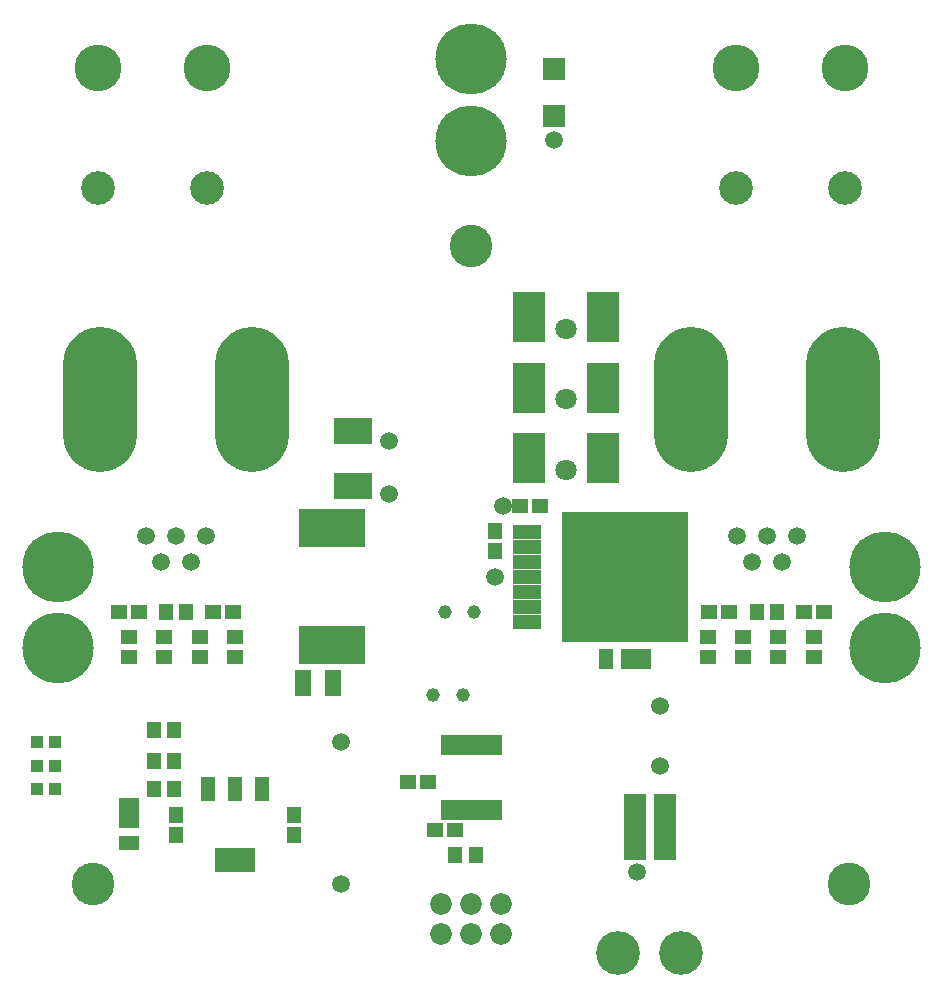
<source format=gbr>
G04 EAGLE Gerber RS-274X export*
G75*
%MOMM*%
%FSLAX34Y34*%
%LPD*%
%INSoldermask Top*%
%IPPOS*%
%AMOC8*
5,1,8,0,0,1.08239X$1,22.5*%
G01*
%ADD10C,3.604800*%
%ADD11R,0.660400X1.765300*%
%ADD12R,1.404800X1.304800*%
%ADD13R,1.155600X2.066000*%
%ADD14R,3.455600X2.066000*%
%ADD15R,1.304800X1.404800*%
%ADD16C,1.504800*%
%ADD17C,6.304800*%
%ADD18C,6.020800*%
%ADD19R,5.704800X3.204800*%
%ADD20R,2.464800X1.214800*%
%ADD21R,10.714800X11.104800*%
%ADD22C,1.159600*%
%ADD23R,2.804800X4.304800*%
%ADD24R,1.104800X1.104800*%
%ADD25R,3.304800X2.304800*%
%ADD26C,2.857500*%
%ADD27C,3.962400*%
%ADD28R,1.473200X2.235200*%
%ADD29R,1.204800X1.704800*%
%ADD30R,2.504800X1.704800*%
%ADD31R,1.704800X1.204800*%
%ADD32R,1.704800X2.504800*%
%ADD33R,1.981200X1.828800*%
%ADD34C,1.834800*%
%ADD35R,1.954800X5.634800*%
%ADD36C,3.704800*%
%ADD37C,1.804800*%


D10*
X80000Y80000D03*
X720000Y80000D03*
X400000Y620000D03*
D11*
X422225Y197242D03*
X415875Y197242D03*
X409525Y197242D03*
X403175Y197242D03*
X396825Y197242D03*
X390475Y197242D03*
X384125Y197242D03*
X377775Y197242D03*
X377775Y142759D03*
X384125Y142759D03*
X390475Y142759D03*
X396825Y142759D03*
X403175Y142759D03*
X409525Y142759D03*
X415875Y142759D03*
X422225Y142759D03*
D12*
X346500Y166000D03*
X363500Y166000D03*
D13*
X223000Y160250D03*
X200000Y160250D03*
X177000Y160250D03*
D14*
X200000Y99750D03*
D15*
X150000Y138500D03*
X150000Y121500D03*
X250000Y121500D03*
X250000Y138500D03*
D16*
X124600Y374000D03*
X175400Y374000D03*
X150000Y374000D03*
X137300Y352000D03*
X162700Y352000D03*
D17*
X85750Y460000D02*
X85750Y520000D01*
X214250Y520000D02*
X214250Y460000D01*
D12*
X118500Y310000D03*
X101500Y310000D03*
D15*
X141500Y310000D03*
X158500Y310000D03*
D12*
X170000Y271500D03*
X170000Y288500D03*
X140000Y271500D03*
X140000Y288500D03*
X110000Y271500D03*
X110000Y288500D03*
X200000Y271500D03*
X200000Y288500D03*
X181500Y310000D03*
X198500Y310000D03*
D18*
X400000Y778455D03*
X400000Y709080D03*
D19*
X281700Y381100D03*
X281700Y282100D03*
D20*
X446800Y378100D03*
X446800Y365400D03*
X446800Y352700D03*
X446800Y340000D03*
X446800Y327300D03*
X446800Y314600D03*
X446800Y301900D03*
D21*
X530000Y340000D03*
D15*
X420000Y378500D03*
X420000Y361500D03*
D12*
X458500Y400000D03*
X441500Y400000D03*
D22*
X392500Y240000D03*
X367500Y240000D03*
X402600Y310000D03*
X377600Y310000D03*
D23*
X448500Y560000D03*
X511500Y560000D03*
X448500Y500000D03*
X511500Y500000D03*
X448500Y440000D03*
X511500Y440000D03*
D12*
X386500Y125000D03*
X369500Y125000D03*
D15*
X131500Y160000D03*
X148500Y160000D03*
X131500Y183900D03*
X148500Y183900D03*
X131500Y210000D03*
X148500Y210000D03*
D24*
X32500Y160000D03*
X47500Y160000D03*
X32500Y180000D03*
X47500Y180000D03*
X32500Y200000D03*
X47500Y200000D03*
D25*
X300000Y463250D03*
X300000Y416750D03*
D26*
X83900Y669200D03*
D27*
X83900Y770800D03*
D26*
X176100Y669200D03*
D27*
X176100Y770800D03*
D28*
X257300Y250000D03*
X282700Y250000D03*
D29*
X514000Y270000D03*
D30*
X539500Y270000D03*
D31*
X110000Y114000D03*
D32*
X110000Y139500D03*
D15*
X403500Y104000D03*
X386500Y104000D03*
D16*
X624600Y374000D03*
X675400Y374000D03*
X650000Y374000D03*
X637300Y352000D03*
X662700Y352000D03*
D17*
X585750Y460000D02*
X585750Y520000D01*
X714250Y520000D02*
X714250Y460000D01*
D12*
X618500Y310000D03*
X601500Y310000D03*
D15*
X658500Y310000D03*
X641500Y310000D03*
D12*
X600000Y271500D03*
X600000Y288500D03*
X660000Y271500D03*
X660000Y288500D03*
X690000Y271500D03*
X690000Y288500D03*
X630000Y271500D03*
X630000Y288500D03*
X681500Y310000D03*
X698500Y310000D03*
D26*
X623900Y669200D03*
D27*
X623900Y770800D03*
D26*
X716100Y669200D03*
D27*
X716100Y770800D03*
D18*
X50000Y348455D03*
X50000Y279080D03*
X750000Y348455D03*
X750000Y279080D03*
D33*
X470000Y730315D03*
X470000Y769685D03*
D34*
X425400Y37300D03*
X400000Y37300D03*
X374600Y37300D03*
X425400Y62700D03*
X400000Y62700D03*
X374600Y62700D03*
D35*
X563700Y127900D03*
X538300Y127900D03*
D36*
X524300Y21000D03*
X577700Y21000D03*
D16*
X420000Y340000D03*
D37*
X480000Y550000D03*
X480000Y490000D03*
X480000Y430000D03*
D16*
X330000Y455000D03*
X470000Y710000D03*
X540000Y90000D03*
X290000Y200000D03*
X290000Y80000D03*
X560000Y230000D03*
X560000Y180000D03*
X330000Y410000D03*
X426600Y399700D03*
M02*

</source>
